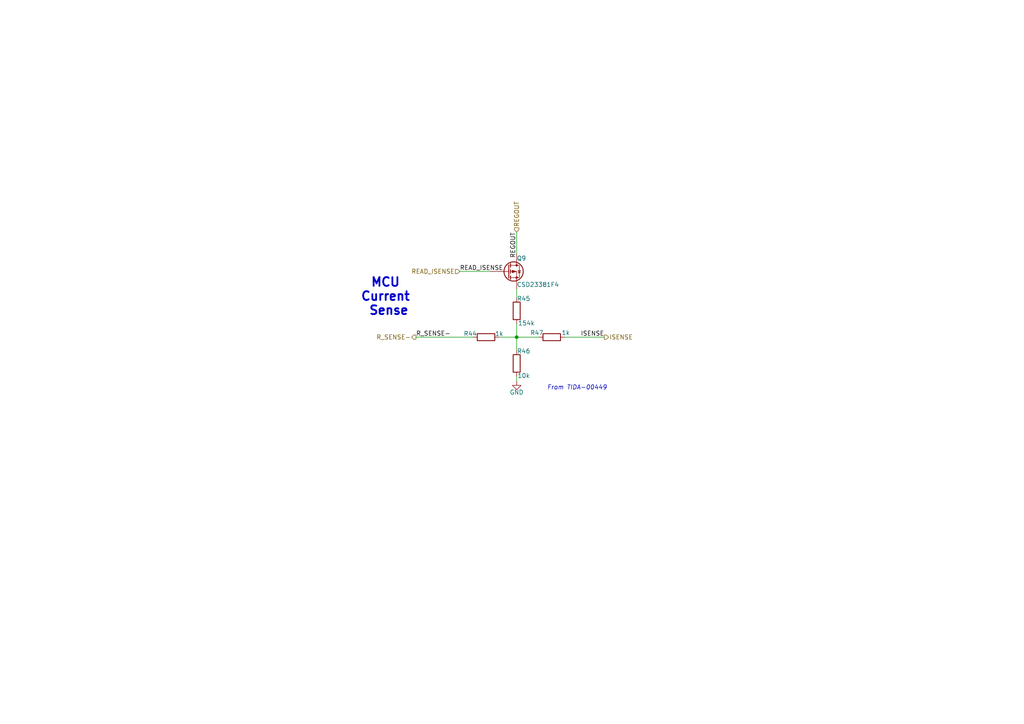
<source format=kicad_sch>
(kicad_sch (version 20250114) (generator "eeschema") (generator_version "9.0")
  (paper "A4")
  (lib_symbols
    (symbol "Device:Q_PMOS" (pin_numbers (hide yes)) (pin_names (offset 0) (hide yes))
      (property "Reference" "Q" (at 5.08 1.27 0))
      (property "Value" "Q_PMOS" (at 5.08 -1.27 0))
      (symbol "Q_PMOS_0_1"
        (polyline (pts (xy 0.254 1.905) (xy 0.254 -1.905)) (stroke (width 0.254)))
        (polyline (pts (xy 0.254 0) (xy -2.54 0)))
        (polyline (pts (xy 0.762 2.286) (xy 0.762 1.27)) (stroke (width 0.254)))
        (polyline (pts (xy 0.762 1.778) (xy 3.302 1.778) (xy 3.302 -1.778) (xy 0.762 -1.778)))
        (polyline (pts (xy 0.762 0.508) (xy 0.762 -0.508)) (stroke (width 0.254)))
        (polyline (pts (xy 0.762 -1.27) (xy 0.762 -2.286)) (stroke (width 0.254)))
        (circle (center 1.651 0) (radius 2.794) (stroke (width 0.254)))
        (polyline (pts (xy 2.286 0) (xy 1.27 0.381) (xy 1.27 -0.381) (xy 2.286 0)) (fill (type outline)))
        (polyline (pts (xy 2.54 2.54) (xy 2.54 1.778)))
        (circle (center 2.54 1.778) (radius 0.254) (fill (type outline)))
        (circle (center 2.54 -1.778) (radius 0.254) (fill (type outline)))
        (polyline (pts (xy 2.54 -2.54) (xy 2.54 0) (xy 0.762 0)))
        (polyline (pts (xy 2.921 -0.381) (xy 3.683 -0.381)))
        (polyline (pts (xy 3.302 -0.381) (xy 2.921 0.254) (xy 3.683 0.254) (xy 3.302 -0.381)))
      )
      (symbol "Q_PMOS_1_1"
        (pin input line (at -5.08 0 0) (length 2.54) (name "G") (number "G"))
        (pin passive line (at 2.54 5.08 270) (length 2.54) (name "D") (number "D"))
        (pin passive line (at 2.54 -5.08 90) (length 2.54) (name "S") (number "S"))
      )
    )
    (symbol "Device:R" (pin_numbers (hide yes)) (pin_names (offset 0))
      (property "Reference" "R" (at 2.032 0 90))
      (property "Value" "R" (at 0 0 90))
      (symbol "R_0_1"
        (rectangle (start -1.016 -2.54) (end 1.016 2.54) (stroke (width 0.254)))
      )
      (symbol "R_1_1"
        (pin passive line (at 0 3.81 270) (length 1.27) (name "~") (number "1"))
        (pin passive line (at 0 -3.81 90) (length 1.27) (name "~") (number "2"))
      )
    )
    (symbol "power:GND" (power) (pin_numbers (hide yes)) (pin_names (offset 0) (hide yes))
      (property "Value" "GND" (at 0 -3.81 0))
      (symbol "GND_0_1"
        (polyline (pts (xy 0 0) (xy 0 -1.27) (xy 1.27 -1.27) (xy 0 -2.54) (xy -1.27 -1.27) (xy 0 -1.27)))
      )
      (symbol "GND_1_1"
        (pin power_in line (at 0 0 270) (length 0) (name "~") (number "1"))
      )
    )
  )
  (text "From TIDA-00449" (at 167.386 112.522 0) (effects (font (size 1.27 1.27) (italic yes))))
  (text "MCU \nCurrent \nSense" (at 112.776 86.106 0) (effects (font (size 2.54 2.54) (thickness 0.508) (bold yes))))
  (junction (at 149.86 97.79))
  (wire (pts (xy 133.35 78.74) (xy 142.24 78.74)))
  (wire (pts (xy 120.65 97.79) (xy 137.16 97.79)))
  (wire (pts (xy 149.86 67.31) (xy 149.86 73.66)))
  (wire (pts (xy 156.21 97.79) (xy 149.86 97.79)))
  (wire (pts (xy 149.86 109.22) (xy 149.86 110.49)))
  (wire (pts (xy 149.86 93.98) (xy 149.86 97.79)))
  (wire (pts (xy 144.78 97.79) (xy 149.86 97.79)))
  (wire (pts (xy 149.86 86.36) (xy 149.86 83.82)))
  (wire (pts (xy 163.83 97.79) (xy 175.26 97.79)))
  (wire (pts (xy 149.86 97.79) (xy 149.86 101.6)))
  (label "R_SENSE-" (at 120.65 97.79 0))
  (label "READ_ISENSE" (at 133.35 78.74 0))
  (label "ISENSE" (at 175.26 97.79 180))
  (label "REGOUT" (at 149.86 67.31 270))
  (hierarchical_label "R_SENSE-" (shape output) (at 120.65 97.79 180))
  (hierarchical_label "REGOUT" (shape input) (at 149.86 67.31 90))
  (hierarchical_label "READ_ISENSE" (shape input) (at 133.35 78.74 180))
  (hierarchical_label "ISENSE" (shape output) (at 175.26 97.79 0))
  (symbol (lib_id "Device:Q_PMOS") (at 147.32 78.74 0) (unit 1)
    (property "Reference" "Q9" (at 149.86 74.93 0) (effects (justify left)))
    (property "Value" "CSD23381F4" (at 149.86 82.55 0) (effects (justify left)))
    (property "Description" "P-MOSFET transistor" (effects (hide yes)))
  )
  (symbol (lib_id "Device:R") (at 149.86 105.41 180) (unit 1)
    (property "Reference" "R46" (at 151.892 101.854 0))
    (property "Value" "10k" (at 151.892 108.966 0))
    (property "Description" "Resistor" (effects (hide yes)))
  )
  (symbol (lib_id "Device:R") (at 160.02 97.79 90) (unit 1)
    (property "Reference" "R47" (at 155.702 96.52 90))
    (property "Value" "1k" (at 164.084 96.52 90))
    (property "Description" "Resistor" (effects (hide yes)))
  )
  (symbol (lib_id "Device:R") (at 140.97 97.79 90) (unit 1)
    (property "Reference" "R44" (at 136.398 96.774 90))
    (property "Value" "1k" (at 144.78 96.774 90))
    (property "Description" "Resistor" (effects (hide yes)))
  )
  (symbol (lib_id "power:GND") (at 149.86 110.49 0) (unit 1)
    (property "Reference" "#PWR07" (effects (hide yes)))
    (property "Value" "GND" (at 151.892 113.792 0) (effects (justify right)))
    (property "Description" "Power symbol creates a global label with name \"GND\" , ground" (effects (hide yes)))
  )
  (symbol (lib_id "Device:R") (at 149.86 90.17 180) (unit 1)
    (property "Reference" "R45" (at 151.892 86.614 0))
    (property "Value" "154k" (at 152.654 93.726 0))
    (property "Description" "Resistor" (effects (hide yes)))
  )
)
</source>
